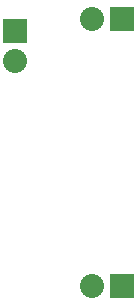
<source format=gbr>
G04 #@! TF.FileFunction,Copper,L2,Bot,Signal*
%FSLAX46Y46*%
G04 Gerber Fmt 4.6, Leading zero omitted, Abs format (unit mm)*
G04 Created by KiCad (PCBNEW no-vcs-found-product) date mar 10 nov 2015 21:49:01 CST*
%MOMM*%
G01*
G04 APERTURE LIST*
%ADD10C,0.100000*%
%ADD11R,2.032000X2.032000*%
%ADD12O,2.032000X2.032000*%
G04 APERTURE END LIST*
D10*
D11*
X130810000Y-98298000D03*
D12*
X130810000Y-100838000D03*
D11*
X139827000Y-97282000D03*
D12*
X137287000Y-97282000D03*
D11*
X139827000Y-119888000D03*
D12*
X137287000Y-119888000D03*
M02*

</source>
